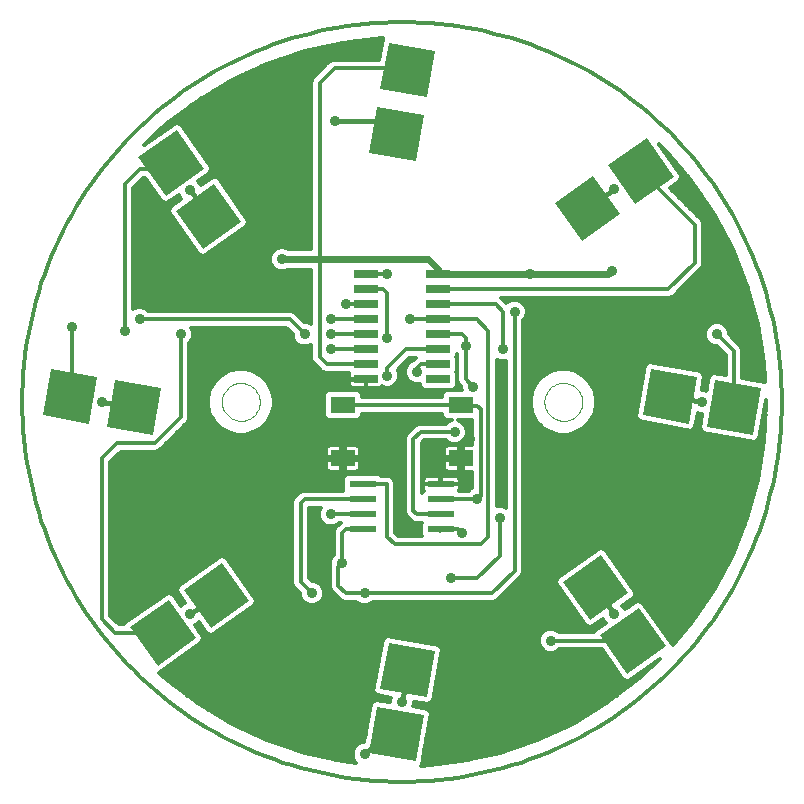
<source format=gtl>
G75*
%MOIN*%
%OFA0B0*%
%FSLAX24Y24*%
%IPPOS*%
%LPD*%
%AMOC8*
5,1,8,0,0,1.08239X$1,22.5*
%
%ADD10C,0.0120*%
%ADD11C,0.0000*%
%ADD12R,0.0900X0.0236*%
%ADD13R,0.0800X0.0260*%
%ADD14R,0.1575X0.1575*%
%ADD15R,0.0827X0.0551*%
%ADD16C,0.0357*%
%ADD17C,0.0240*%
%ADD18C,0.0160*%
%ADD19C,0.0100*%
%ADD20C,0.0320*%
D10*
X004716Y003889D02*
X004719Y003889D01*
X006159Y004897D01*
X006190Y005076D01*
X005915Y005469D01*
X005971Y005492D01*
X006037Y005558D01*
X006313Y005162D01*
X006493Y005131D01*
X007932Y006139D01*
X007964Y006318D01*
X006956Y007757D01*
X006777Y007789D01*
X005337Y006781D01*
X005306Y006602D01*
X005590Y006196D01*
X005519Y006167D01*
X005465Y006112D01*
X005182Y006515D01*
X005003Y006547D01*
X003564Y005539D01*
X003556Y005498D01*
X003377Y005498D01*
X003099Y005776D01*
X003099Y010919D01*
X003435Y011255D01*
X004625Y011255D01*
X004728Y011298D01*
X004806Y011376D01*
X005681Y012251D01*
X005724Y012354D01*
X005724Y014877D01*
X005782Y014934D01*
X005842Y015081D01*
X005842Y015239D01*
X005784Y015380D01*
X008953Y015380D01*
X009171Y015162D01*
X009171Y015081D01*
X009231Y014934D01*
X009343Y014822D01*
X009490Y014762D01*
X009648Y014762D01*
X009789Y014820D01*
X009789Y014354D01*
X009832Y014251D01*
X009910Y014173D01*
X010160Y013923D01*
X010263Y013880D01*
X011048Y013880D01*
X011066Y013862D01*
X011060Y013852D01*
X011049Y013811D01*
X011049Y013665D01*
X011604Y013665D01*
X011604Y013655D01*
X011614Y013655D01*
X011614Y013370D01*
X012030Y013370D01*
X012071Y013381D01*
X012107Y013402D01*
X012135Y013430D01*
X012240Y013387D01*
X012398Y013387D01*
X012545Y013447D01*
X012657Y013559D01*
X012717Y013706D01*
X012717Y013864D01*
X012667Y013987D01*
X013060Y014380D01*
X013268Y014380D01*
X013207Y014319D01*
X013166Y014278D01*
X013093Y014248D01*
X012981Y014136D01*
X012921Y013989D01*
X012921Y013831D01*
X012981Y013684D01*
X013093Y013572D01*
X013240Y013512D01*
X013398Y013512D01*
X013409Y013516D01*
X013409Y013439D01*
X013538Y013310D01*
X014520Y013310D01*
X014649Y013439D01*
X014649Y013881D01*
X014620Y013910D01*
X014649Y013939D01*
X014649Y014381D01*
X014620Y014410D01*
X014649Y014439D01*
X014649Y014517D01*
X014664Y014502D01*
X014664Y013604D01*
X014707Y013501D01*
X014796Y013412D01*
X014796Y013331D01*
X014812Y013291D01*
X014283Y013291D01*
X014154Y013163D01*
X014154Y013076D01*
X011484Y013076D01*
X011484Y013163D01*
X011355Y013291D01*
X010346Y013291D01*
X010217Y013163D01*
X010217Y012429D01*
X010346Y012300D01*
X011355Y012300D01*
X011484Y012429D01*
X011484Y012516D01*
X014154Y012516D01*
X014154Y012429D01*
X014283Y012300D01*
X014470Y012300D01*
X014343Y012248D01*
X014286Y012190D01*
X013388Y012190D01*
X013285Y012147D01*
X013207Y012069D01*
X012957Y011819D01*
X012914Y011716D01*
X012914Y009229D01*
X012957Y009126D01*
X013035Y009048D01*
X013160Y008923D01*
X013263Y008880D01*
X013471Y008880D01*
X013460Y008869D01*
X013460Y008451D01*
X013471Y008440D01*
X012685Y008440D01*
X012599Y008526D01*
X012599Y010216D01*
X012556Y010319D01*
X012478Y010397D01*
X012375Y010440D01*
X012107Y010440D01*
X012049Y010498D01*
X010967Y010498D01*
X010838Y010369D01*
X010838Y009951D01*
X010849Y009940D01*
X009513Y009940D01*
X009410Y009897D01*
X009285Y009772D01*
X009207Y009694D01*
X009164Y009591D01*
X009164Y006854D01*
X009207Y006751D01*
X009421Y006537D01*
X009421Y006456D01*
X009481Y006309D01*
X009593Y006197D01*
X009740Y006137D01*
X009898Y006137D01*
X010045Y006197D01*
X010157Y006309D01*
X010217Y006456D01*
X010217Y006614D01*
X010157Y006761D01*
X010045Y006873D01*
X009898Y006933D01*
X009817Y006933D01*
X009724Y007026D01*
X009724Y009380D01*
X010104Y009380D01*
X010046Y009239D01*
X010046Y009081D01*
X010106Y008934D01*
X010218Y008822D01*
X010365Y008762D01*
X010523Y008762D01*
X010670Y008822D01*
X010727Y008880D01*
X010768Y008880D01*
X010660Y008772D01*
X010582Y008694D01*
X010539Y008591D01*
X010539Y007818D01*
X010481Y007761D01*
X010421Y007614D01*
X010421Y007482D01*
X010414Y007466D01*
X010414Y006729D01*
X010457Y006626D01*
X010535Y006548D01*
X010785Y006298D01*
X010888Y006255D01*
X011286Y006255D01*
X011343Y006197D01*
X011490Y006137D01*
X011648Y006137D01*
X011795Y006197D01*
X011852Y006255D01*
X015875Y006255D01*
X015978Y006298D01*
X016056Y006376D01*
X016806Y007126D01*
X016849Y007229D01*
X016849Y015627D01*
X016907Y015684D01*
X016967Y015831D01*
X016967Y015989D01*
X016907Y016136D01*
X016795Y016248D01*
X016648Y016308D01*
X016490Y016308D01*
X016343Y016248D01*
X016298Y016202D01*
X016181Y016319D01*
X016120Y016380D01*
X021750Y016380D01*
X021853Y016423D01*
X022728Y017298D01*
X022806Y017376D01*
X022849Y017479D01*
X022849Y018866D01*
X022806Y018969D01*
X021733Y020042D01*
X022074Y020281D01*
X022106Y020460D01*
X021381Y021495D01*
X021632Y021258D01*
X022483Y020256D01*
X023220Y019168D01*
X023836Y018007D01*
X024323Y016786D01*
X024674Y015520D01*
X024887Y014222D01*
X024923Y013562D01*
X024165Y013696D01*
X024165Y014649D01*
X024123Y014752D01*
X023717Y015158D01*
X023717Y015239D01*
X023657Y015386D01*
X023545Y015498D01*
X023398Y015558D01*
X023240Y015558D01*
X023093Y015498D01*
X022981Y015386D01*
X022921Y015239D01*
X022921Y015081D01*
X022981Y014934D01*
X023093Y014822D01*
X023240Y014762D01*
X023321Y014762D01*
X023605Y014478D01*
X023605Y013794D01*
X023195Y013867D01*
X023046Y013762D01*
X022961Y013282D01*
X022898Y013308D01*
X022813Y013308D01*
X022897Y013788D01*
X022793Y013938D01*
X021063Y014243D01*
X020913Y014138D01*
X020608Y012408D01*
X020713Y012258D01*
X022443Y011953D01*
X022592Y012058D01*
X022677Y012538D01*
X022740Y012512D01*
X022825Y012512D01*
X022741Y012032D01*
X022845Y011882D01*
X024575Y011577D01*
X024725Y011682D01*
X024954Y012982D01*
X024958Y012910D01*
X024887Y011598D01*
X024674Y010300D01*
X024323Y009034D01*
X023836Y007813D01*
X023220Y006652D01*
X022483Y005564D01*
X021840Y004807D01*
X021840Y004810D01*
X020832Y006250D01*
X020653Y006281D01*
X020242Y005994D01*
X020217Y006055D01*
X020155Y006117D01*
X020567Y006404D01*
X020598Y006584D01*
X019590Y008023D01*
X019411Y008055D01*
X017972Y007047D01*
X017940Y006868D01*
X018948Y005428D01*
X019127Y005397D01*
X019515Y005668D01*
X019541Y005604D01*
X019601Y005544D01*
X019214Y005273D01*
X019206Y005232D01*
X018060Y005232D01*
X018003Y005290D01*
X017856Y005350D01*
X017698Y005350D01*
X017551Y005290D01*
X017439Y005178D01*
X017379Y005031D01*
X017379Y004873D01*
X017439Y004726D01*
X017551Y004614D01*
X017698Y004554D01*
X017856Y004554D01*
X018003Y004614D01*
X018060Y004672D01*
X019477Y004672D01*
X020190Y003655D01*
X020369Y003623D01*
X021409Y004351D01*
X020678Y003658D01*
X019631Y002863D01*
X018505Y002185D01*
X017312Y001633D01*
X016067Y001213D01*
X014783Y000931D01*
X013476Y000789D01*
X013449Y000789D01*
X013471Y000804D01*
X013776Y002534D01*
X013671Y002683D01*
X013191Y002768D01*
X013217Y002831D01*
X013217Y002916D01*
X013697Y002832D01*
X013847Y002936D01*
X014152Y004666D01*
X014047Y004816D01*
X012317Y005121D01*
X012167Y005016D01*
X011862Y003286D01*
X011967Y003137D01*
X012447Y003052D01*
X012421Y002989D01*
X012421Y002904D01*
X011941Y002988D01*
X011791Y002884D01*
X011558Y001558D01*
X011490Y001558D01*
X011343Y001498D01*
X011231Y001386D01*
X011171Y001239D01*
X011171Y001081D01*
X011231Y000934D01*
X011281Y000885D01*
X010855Y000931D01*
X009571Y001213D01*
X008326Y001633D01*
X007133Y002185D01*
X006007Y002863D01*
X004960Y003658D01*
X004716Y003889D01*
X004775Y003834D02*
X011959Y003834D01*
X011980Y003952D02*
X004809Y003952D01*
X004979Y004071D02*
X012001Y004071D01*
X012022Y004189D02*
X005148Y004189D01*
X005317Y004308D02*
X012042Y004308D01*
X012063Y004426D02*
X005486Y004426D01*
X005656Y004545D02*
X012084Y004545D01*
X012105Y004663D02*
X005825Y004663D01*
X005994Y004782D02*
X012126Y004782D01*
X012147Y004900D02*
X006159Y004900D01*
X006180Y005019D02*
X012171Y005019D01*
X012897Y005019D02*
X017379Y005019D01*
X017379Y004900D02*
X013569Y004900D01*
X014071Y004782D02*
X017416Y004782D01*
X017503Y004663D02*
X014151Y004663D01*
X014130Y004545D02*
X019567Y004545D01*
X019484Y004663D02*
X018051Y004663D01*
X017777Y004952D02*
X020511Y004952D01*
X019650Y004426D02*
X014109Y004426D01*
X014088Y004308D02*
X019733Y004308D01*
X019816Y004189D02*
X014067Y004189D01*
X014047Y004071D02*
X019899Y004071D01*
X019981Y003952D02*
X014026Y003952D01*
X014005Y003834D02*
X020064Y003834D01*
X020147Y003715D02*
X013984Y003715D01*
X013963Y003597D02*
X020597Y003597D01*
X020501Y003715D02*
X020738Y003715D01*
X020670Y003834D02*
X020863Y003834D01*
X020839Y003952D02*
X020988Y003952D01*
X021008Y004071D02*
X021113Y004071D01*
X021178Y004189D02*
X021238Y004189D01*
X021347Y004308D02*
X021363Y004308D01*
X021777Y004900D02*
X021919Y004900D01*
X022020Y005019D02*
X021694Y005019D01*
X021611Y005137D02*
X022120Y005137D01*
X022221Y005256D02*
X021528Y005256D01*
X021445Y005374D02*
X022322Y005374D01*
X022422Y005493D02*
X021362Y005493D01*
X021279Y005611D02*
X022515Y005611D01*
X022595Y005730D02*
X021196Y005730D01*
X021114Y005848D02*
X022675Y005848D01*
X022756Y005967D02*
X021031Y005967D01*
X020948Y006085D02*
X022836Y006085D01*
X022916Y006204D02*
X020865Y006204D01*
X020594Y006559D02*
X023158Y006559D01*
X023234Y006678D02*
X020533Y006678D01*
X020450Y006796D02*
X023297Y006796D01*
X023360Y006915D02*
X020367Y006915D01*
X020284Y007033D02*
X023423Y007033D01*
X023485Y007152D02*
X020201Y007152D01*
X020118Y007270D02*
X023548Y007270D01*
X023611Y007389D02*
X020035Y007389D01*
X019952Y007507D02*
X023674Y007507D01*
X023737Y007626D02*
X019869Y007626D01*
X019786Y007744D02*
X023799Y007744D01*
X023856Y007863D02*
X019703Y007863D01*
X019620Y007981D02*
X023903Y007981D01*
X023950Y008100D02*
X016849Y008100D01*
X016849Y008218D02*
X023997Y008218D01*
X024045Y008337D02*
X016849Y008337D01*
X016849Y008455D02*
X024092Y008455D01*
X024139Y008574D02*
X016849Y008574D01*
X016849Y008692D02*
X024186Y008692D01*
X024233Y008811D02*
X016849Y008811D01*
X016849Y008929D02*
X024281Y008929D01*
X024326Y009048D02*
X016849Y009048D01*
X016849Y009166D02*
X024359Y009166D01*
X024392Y009285D02*
X016849Y009285D01*
X016849Y009403D02*
X024425Y009403D01*
X024458Y009522D02*
X016849Y009522D01*
X016849Y009640D02*
X024491Y009640D01*
X024524Y009759D02*
X016849Y009759D01*
X016849Y009877D02*
X024557Y009877D01*
X024590Y009996D02*
X016849Y009996D01*
X016849Y010114D02*
X024622Y010114D01*
X024655Y010233D02*
X016849Y010233D01*
X016849Y010351D02*
X024682Y010351D01*
X024702Y010470D02*
X016849Y010470D01*
X016849Y010588D02*
X024721Y010588D01*
X024741Y010707D02*
X016849Y010707D01*
X016849Y010825D02*
X024760Y010825D01*
X024780Y010944D02*
X016849Y010944D01*
X016849Y011062D02*
X024799Y011062D01*
X024818Y011181D02*
X016849Y011181D01*
X016849Y011299D02*
X024838Y011299D01*
X024857Y011418D02*
X016849Y011418D01*
X016849Y011536D02*
X024877Y011536D01*
X024887Y011598D02*
X024887Y011598D01*
X024890Y011655D02*
X024686Y011655D01*
X024741Y011773D02*
X024896Y011773D01*
X024903Y011892D02*
X024762Y011892D01*
X024783Y012010D02*
X024909Y012010D01*
X024916Y012129D02*
X024804Y012129D01*
X024824Y012247D02*
X024922Y012247D01*
X024928Y012366D02*
X024845Y012366D01*
X024866Y012484D02*
X024935Y012484D01*
X024941Y012603D02*
X024887Y012603D01*
X024908Y012721D02*
X024948Y012721D01*
X024954Y012840D02*
X024929Y012840D01*
X024950Y012958D02*
X024955Y012958D01*
X024917Y013669D02*
X024316Y013669D01*
X024165Y013788D02*
X024910Y013788D01*
X024904Y013906D02*
X024165Y013906D01*
X024165Y014025D02*
X024898Y014025D01*
X024891Y014143D02*
X024165Y014143D01*
X024165Y014262D02*
X024880Y014262D01*
X024861Y014380D02*
X024165Y014380D01*
X024165Y014499D02*
X024842Y014499D01*
X024822Y014617D02*
X024165Y014617D01*
X024130Y014736D02*
X024803Y014736D01*
X024783Y014854D02*
X024021Y014854D01*
X023902Y014973D02*
X024764Y014973D01*
X024744Y015091D02*
X023784Y015091D01*
X023717Y015210D02*
X024725Y015210D01*
X024706Y015328D02*
X023681Y015328D01*
X023596Y015447D02*
X024686Y015447D01*
X024662Y015565D02*
X016849Y015565D01*
X016849Y015447D02*
X023042Y015447D01*
X022957Y015328D02*
X016849Y015328D01*
X016849Y015210D02*
X022921Y015210D01*
X022921Y015091D02*
X016849Y015091D01*
X016849Y014973D02*
X022965Y014973D01*
X023061Y014854D02*
X016849Y014854D01*
X016849Y014736D02*
X023347Y014736D01*
X023466Y014617D02*
X016849Y014617D01*
X016849Y014499D02*
X023584Y014499D01*
X023605Y014380D02*
X016849Y014380D01*
X016849Y014262D02*
X023605Y014262D01*
X023605Y014143D02*
X021628Y014143D01*
X022300Y014025D02*
X023605Y014025D01*
X023605Y013906D02*
X022815Y013906D01*
X022897Y013788D02*
X023082Y013788D01*
X023029Y013669D02*
X022876Y013669D01*
X022855Y013551D02*
X023008Y013551D01*
X022987Y013432D02*
X022835Y013432D01*
X022814Y013314D02*
X022967Y013314D01*
X022820Y012484D02*
X022667Y012484D01*
X022647Y012366D02*
X022799Y012366D01*
X022779Y012247D02*
X022626Y012247D01*
X022605Y012129D02*
X022758Y012129D01*
X022756Y012010D02*
X022524Y012010D01*
X022839Y011892D02*
X018604Y011892D01*
X018615Y011894D02*
X018863Y012038D01*
X019066Y012241D01*
X019210Y012489D01*
X019284Y012767D01*
X019284Y013053D01*
X019210Y013331D01*
X019066Y013579D01*
X018863Y013782D01*
X018615Y013926D01*
X018337Y014000D01*
X018050Y014000D01*
X017773Y013926D01*
X017525Y013782D01*
X017322Y013579D01*
X017178Y013331D01*
X017104Y013053D01*
X017104Y012767D01*
X017178Y012489D01*
X017322Y012241D01*
X017525Y012038D01*
X017773Y011894D01*
X018050Y011820D01*
X018337Y011820D01*
X018615Y011894D01*
X018815Y012010D02*
X022122Y012010D01*
X021450Y012129D02*
X018954Y012129D01*
X019070Y012247D02*
X020778Y012247D01*
X020638Y012366D02*
X019138Y012366D01*
X019207Y012484D02*
X020622Y012484D01*
X020642Y012603D02*
X019240Y012603D01*
X019272Y012721D02*
X020663Y012721D01*
X020684Y012840D02*
X019284Y012840D01*
X019284Y012958D02*
X020705Y012958D01*
X020726Y013077D02*
X019278Y013077D01*
X019246Y013195D02*
X020747Y013195D01*
X020768Y013314D02*
X019214Y013314D01*
X019151Y013432D02*
X020789Y013432D01*
X020810Y013551D02*
X019083Y013551D01*
X018976Y013669D02*
X020831Y013669D01*
X020851Y013788D02*
X018854Y013788D01*
X018649Y013906D02*
X020872Y013906D01*
X020893Y014025D02*
X016849Y014025D01*
X016849Y014143D02*
X020920Y014143D01*
X021785Y016395D02*
X024431Y016395D01*
X024398Y016513D02*
X021943Y016513D01*
X022062Y016632D02*
X024365Y016632D01*
X024333Y016750D02*
X022180Y016750D01*
X022299Y016869D02*
X024290Y016869D01*
X024242Y016987D02*
X022417Y016987D01*
X022536Y017106D02*
X024195Y017106D01*
X024148Y017224D02*
X022654Y017224D01*
X022773Y017343D02*
X024101Y017343D01*
X024054Y017461D02*
X022841Y017461D01*
X022849Y017580D02*
X024006Y017580D01*
X023959Y017698D02*
X022849Y017698D01*
X022849Y017817D02*
X023912Y017817D01*
X023865Y017935D02*
X022849Y017935D01*
X022849Y018054D02*
X023811Y018054D01*
X023749Y018172D02*
X022849Y018172D01*
X022849Y018291D02*
X023686Y018291D01*
X023623Y018409D02*
X022849Y018409D01*
X022849Y018528D02*
X023560Y018528D01*
X023497Y018646D02*
X022849Y018646D01*
X022849Y018765D02*
X023434Y018765D01*
X023372Y018883D02*
X022842Y018883D01*
X022773Y019002D02*
X023309Y019002D01*
X023246Y019120D02*
X022655Y019120D01*
X022536Y019239D02*
X023173Y019239D01*
X023092Y019357D02*
X022418Y019357D01*
X022299Y019476D02*
X023012Y019476D01*
X022932Y019594D02*
X022181Y019594D01*
X022062Y019713D02*
X022851Y019713D01*
X022771Y019831D02*
X021944Y019831D01*
X021825Y019950D02*
X022691Y019950D01*
X022610Y020068D02*
X021771Y020068D01*
X021940Y020187D02*
X022530Y020187D01*
X022441Y020305D02*
X022079Y020305D01*
X022100Y020424D02*
X022341Y020424D01*
X022240Y020542D02*
X022049Y020542D01*
X021966Y020661D02*
X022139Y020661D01*
X022039Y020779D02*
X021883Y020779D01*
X021938Y020898D02*
X021800Y020898D01*
X021837Y021016D02*
X021717Y021016D01*
X021737Y021135D02*
X021634Y021135D01*
X021636Y021253D02*
X021551Y021253D01*
X021512Y021372D02*
X021468Y021372D01*
X021387Y021490D02*
X021385Y021490D01*
X020777Y020602D02*
X022569Y018810D01*
X022569Y017535D01*
X021694Y016660D01*
X014029Y016660D01*
X014029Y016160D02*
X015944Y016160D01*
X016194Y015910D01*
X016194Y014660D01*
X016289Y014268D02*
X016289Y009375D01*
X016148Y009433D01*
X015990Y009433D01*
X015974Y009427D01*
X015974Y014320D01*
X016115Y014262D01*
X016273Y014262D01*
X016289Y014268D01*
X016289Y014262D02*
X015974Y014262D01*
X015974Y014143D02*
X016289Y014143D01*
X016289Y014025D02*
X015974Y014025D01*
X015974Y013906D02*
X016289Y013906D01*
X016289Y013788D02*
X015974Y013788D01*
X015974Y013669D02*
X016289Y013669D01*
X016289Y013551D02*
X015974Y013551D01*
X015974Y013432D02*
X016289Y013432D01*
X016289Y013314D02*
X015974Y013314D01*
X015974Y013195D02*
X016289Y013195D01*
X016289Y013077D02*
X015974Y013077D01*
X015974Y012958D02*
X016289Y012958D01*
X016289Y012840D02*
X015974Y012840D01*
X015974Y012721D02*
X016289Y012721D01*
X016289Y012603D02*
X015974Y012603D01*
X015974Y012484D02*
X016289Y012484D01*
X016289Y012366D02*
X015974Y012366D01*
X015974Y012247D02*
X016289Y012247D01*
X016289Y012129D02*
X015974Y012129D01*
X015974Y012010D02*
X016289Y012010D01*
X016289Y011892D02*
X015974Y011892D01*
X015974Y011773D02*
X016289Y011773D01*
X016289Y011655D02*
X015974Y011655D01*
X015974Y011536D02*
X016289Y011536D01*
X016289Y011418D02*
X015974Y011418D01*
X015974Y011299D02*
X016289Y011299D01*
X016289Y011181D02*
X015974Y011181D01*
X015974Y011062D02*
X016289Y011062D01*
X016289Y010944D02*
X015974Y010944D01*
X015974Y010825D02*
X016289Y010825D01*
X016289Y010707D02*
X015974Y010707D01*
X015974Y010588D02*
X016289Y010588D01*
X016289Y010470D02*
X015974Y010470D01*
X015974Y010351D02*
X016289Y010351D01*
X016289Y010233D02*
X015974Y010233D01*
X015974Y010114D02*
X016289Y010114D01*
X016289Y009996D02*
X015974Y009996D01*
X015974Y009877D02*
X016289Y009877D01*
X016289Y009759D02*
X015974Y009759D01*
X015974Y009640D02*
X016289Y009640D01*
X016289Y009522D02*
X015974Y009522D01*
X016222Y009403D02*
X016289Y009403D01*
X016069Y009035D02*
X016069Y007785D01*
X015319Y007035D01*
X014444Y007035D01*
X015444Y008160D02*
X012569Y008160D01*
X012319Y008410D01*
X012319Y010160D01*
X011508Y010160D01*
X011326Y010599D02*
X011285Y010589D01*
X010910Y010589D01*
X010910Y010964D01*
X010790Y010964D01*
X010277Y010964D01*
X010277Y010728D01*
X010288Y010687D01*
X010309Y010650D01*
X010339Y010621D01*
X010375Y010599D01*
X010416Y010589D01*
X010790Y010589D01*
X010790Y010964D01*
X010790Y011084D01*
X010277Y011084D01*
X010277Y011321D01*
X010288Y011362D01*
X010309Y011398D01*
X010339Y011428D01*
X010375Y011449D01*
X010416Y011460D01*
X010790Y011460D01*
X010790Y011084D01*
X010910Y011084D01*
X010910Y011460D01*
X011285Y011460D01*
X011326Y011449D01*
X011362Y011428D01*
X011392Y011398D01*
X011413Y011362D01*
X011424Y011321D01*
X011424Y011084D01*
X010910Y011084D01*
X010910Y010964D01*
X011424Y010964D01*
X011424Y010728D01*
X011413Y010687D01*
X011392Y010650D01*
X011362Y010621D01*
X011326Y010599D01*
X011418Y010707D02*
X012914Y010707D01*
X012914Y010825D02*
X011424Y010825D01*
X011424Y010944D02*
X012914Y010944D01*
X012914Y011062D02*
X010910Y011062D01*
X010850Y011024D02*
X010840Y011035D01*
X009319Y011035D01*
X009069Y010785D01*
X007194Y010785D01*
X007300Y011820D02*
X007587Y011820D01*
X007865Y011894D01*
X008113Y012038D01*
X008316Y012241D01*
X008460Y012489D01*
X008534Y012767D01*
X008534Y013053D01*
X008460Y013331D01*
X008316Y013579D01*
X008113Y013782D01*
X007865Y013926D01*
X007587Y014000D01*
X007300Y014000D01*
X007023Y013926D01*
X006775Y013782D01*
X006572Y013579D01*
X006428Y013331D01*
X006354Y013053D01*
X006354Y012767D01*
X006428Y012489D01*
X006572Y012241D01*
X006775Y012038D01*
X007023Y011894D01*
X007300Y011820D01*
X007034Y011892D02*
X005321Y011892D01*
X005203Y011773D02*
X012938Y011773D01*
X012914Y011655D02*
X005084Y011655D01*
X004966Y011536D02*
X012914Y011536D01*
X012914Y011418D02*
X011372Y011418D01*
X011424Y011299D02*
X012914Y011299D01*
X012914Y011181D02*
X011424Y011181D01*
X010910Y011181D02*
X010790Y011181D01*
X010790Y011299D02*
X010910Y011299D01*
X010910Y011418D02*
X010790Y011418D01*
X010329Y011418D02*
X004847Y011418D01*
X004729Y011299D02*
X010277Y011299D01*
X010277Y011181D02*
X003360Y011181D01*
X003242Y011062D02*
X010790Y011062D01*
X010790Y010944D02*
X010910Y010944D01*
X010910Y010825D02*
X010790Y010825D01*
X010790Y010707D02*
X010910Y010707D01*
X010938Y010470D02*
X003099Y010470D01*
X003099Y010588D02*
X012914Y010588D01*
X012914Y010470D02*
X012078Y010470D01*
X012524Y010351D02*
X012914Y010351D01*
X012914Y010233D02*
X012592Y010233D01*
X012599Y010114D02*
X012914Y010114D01*
X012914Y009996D02*
X012599Y009996D01*
X012599Y009877D02*
X012914Y009877D01*
X012914Y009759D02*
X012599Y009759D01*
X012599Y009640D02*
X012914Y009640D01*
X012914Y009522D02*
X012599Y009522D01*
X012599Y009403D02*
X012914Y009403D01*
X012914Y009285D02*
X012599Y009285D01*
X012599Y009166D02*
X012940Y009166D01*
X013035Y009048D02*
X012599Y009048D01*
X012599Y008929D02*
X013154Y008929D01*
X013319Y009160D02*
X013194Y009285D01*
X013194Y011660D01*
X013444Y011910D01*
X014569Y011910D01*
X014286Y011630D02*
X014343Y011572D01*
X014490Y011512D01*
X014648Y011512D01*
X014795Y011572D01*
X014907Y011684D01*
X014967Y011831D01*
X014967Y011989D01*
X014907Y012136D01*
X014795Y012248D01*
X014668Y012300D01*
X015164Y012300D01*
X015164Y011460D01*
X014847Y011460D01*
X014847Y011084D01*
X014727Y011084D01*
X014727Y010964D01*
X014214Y010964D01*
X014214Y010728D01*
X014225Y010687D01*
X014246Y010650D01*
X014276Y010621D01*
X014312Y010599D01*
X014353Y010589D01*
X014727Y010589D01*
X014727Y010964D01*
X014847Y010964D01*
X014847Y010589D01*
X015164Y010589D01*
X015164Y010027D01*
X015093Y009998D01*
X015036Y009940D01*
X014729Y009940D01*
X014714Y009955D01*
X014729Y009980D01*
X014740Y010021D01*
X014740Y010160D01*
X014740Y010299D01*
X014729Y010340D01*
X014708Y010376D01*
X014678Y010406D01*
X014642Y010427D01*
X014601Y010438D01*
X014130Y010438D01*
X013659Y010438D01*
X013618Y010427D01*
X013582Y010406D01*
X013552Y010376D01*
X013531Y010340D01*
X013520Y010299D01*
X013520Y010160D01*
X014130Y010160D01*
X014130Y010160D01*
X013520Y010160D01*
X013520Y010021D01*
X013531Y009980D01*
X013546Y009955D01*
X013474Y009883D01*
X013474Y011544D01*
X013560Y011630D01*
X014286Y011630D01*
X014431Y011536D02*
X013474Y011536D01*
X013474Y011418D02*
X014266Y011418D01*
X014276Y011428D02*
X014246Y011398D01*
X014225Y011362D01*
X014214Y011321D01*
X014214Y011084D01*
X014727Y011084D01*
X014727Y011460D01*
X014353Y011460D01*
X014312Y011449D01*
X014276Y011428D01*
X014214Y011299D02*
X013474Y011299D01*
X013474Y011181D02*
X014214Y011181D01*
X014319Y011035D02*
X014819Y011035D01*
X014819Y011410D01*
X015069Y011660D01*
X015164Y011655D02*
X014877Y011655D01*
X014944Y011773D02*
X015164Y011773D01*
X015164Y011892D02*
X014967Y011892D01*
X014959Y012010D02*
X015164Y012010D01*
X015164Y012129D02*
X014910Y012129D01*
X014795Y012247D02*
X015164Y012247D01*
X015444Y012660D02*
X015319Y012785D01*
X014798Y012785D01*
X014787Y012796D01*
X010850Y012796D01*
X011147Y013381D02*
X011188Y013370D01*
X011604Y013370D01*
X011604Y013655D01*
X011049Y013655D01*
X011049Y013509D01*
X011060Y013468D01*
X011081Y013432D01*
X008401Y013432D01*
X008464Y013314D02*
X013534Y013314D01*
X013416Y013432D02*
X012508Y013432D01*
X012648Y013551D02*
X013146Y013551D01*
X012997Y013669D02*
X012702Y013669D01*
X012717Y013788D02*
X012938Y013788D01*
X012921Y013906D02*
X012700Y013906D01*
X012704Y014025D02*
X012935Y014025D01*
X012989Y014143D02*
X012823Y014143D01*
X012941Y014262D02*
X013127Y014262D01*
X013319Y014035D02*
X013444Y014160D01*
X014029Y014160D01*
X014029Y014660D02*
X012944Y014660D01*
X012319Y014035D01*
X012319Y013785D01*
X011614Y013551D02*
X011604Y013551D01*
X011604Y013432D02*
X011614Y013432D01*
X011451Y013195D02*
X014187Y013195D01*
X014154Y013077D02*
X011484Y013077D01*
X011147Y013381D02*
X011111Y013402D01*
X011081Y013432D01*
X011049Y013551D02*
X008333Y013551D01*
X008226Y013669D02*
X011049Y013669D01*
X011049Y013788D02*
X008104Y013788D01*
X007899Y013906D02*
X010200Y013906D01*
X010058Y014025D02*
X005724Y014025D01*
X005724Y014143D02*
X009940Y014143D01*
X009827Y014262D02*
X005724Y014262D01*
X005724Y014380D02*
X009789Y014380D01*
X009789Y014499D02*
X005724Y014499D01*
X005724Y014617D02*
X009789Y014617D01*
X009789Y014736D02*
X005724Y014736D01*
X005724Y014854D02*
X009311Y014854D01*
X009215Y014973D02*
X005798Y014973D01*
X005842Y015091D02*
X009171Y015091D01*
X009123Y015210D02*
X005842Y015210D01*
X005806Y015328D02*
X009005Y015328D01*
X009069Y015660D02*
X004069Y015660D01*
X004352Y015940D02*
X004295Y015998D01*
X004148Y016058D01*
X003990Y016058D01*
X003849Y016000D01*
X003849Y020044D01*
X004185Y020380D01*
X004239Y020380D01*
X004806Y019570D01*
X004985Y019539D01*
X005376Y019813D01*
X005407Y019737D01*
X005458Y019686D01*
X005071Y019416D01*
X005040Y019236D01*
X006048Y017797D01*
X006227Y017765D01*
X007666Y018773D01*
X007698Y018952D01*
X006690Y020392D01*
X006511Y020423D01*
X006104Y020138D01*
X006083Y020189D01*
X006013Y020259D01*
X006424Y020547D01*
X006456Y020726D01*
X005448Y022165D01*
X005269Y022197D01*
X004229Y021469D01*
X004960Y022162D01*
X006007Y022957D01*
X007133Y023635D01*
X008326Y024187D01*
X009571Y024607D01*
X010855Y024889D01*
X012162Y025031D01*
X012189Y025031D01*
X012167Y025016D01*
X012044Y024315D01*
X010513Y024315D01*
X010410Y024272D01*
X010332Y024194D01*
X010332Y024194D01*
X009910Y023772D01*
X009832Y023694D01*
X009789Y023591D01*
X009789Y018000D01*
X009039Y018000D01*
X008898Y018058D01*
X008740Y018058D01*
X008593Y017998D01*
X008481Y017886D01*
X008421Y017739D01*
X008421Y017581D01*
X008481Y017434D01*
X008593Y017322D01*
X008740Y017262D01*
X008898Y017262D01*
X009039Y017320D01*
X009789Y017320D01*
X009789Y015500D01*
X009648Y015558D01*
X009567Y015558D01*
X009306Y015819D01*
X009228Y015897D01*
X009125Y015940D01*
X004352Y015940D01*
X004195Y016039D02*
X009789Y016039D01*
X009789Y015921D02*
X009172Y015921D01*
X009323Y015802D02*
X009789Y015802D01*
X009789Y015684D02*
X009441Y015684D01*
X009560Y015565D02*
X009789Y015565D01*
X009569Y015160D02*
X009069Y015660D01*
X009789Y016158D02*
X003849Y016158D01*
X003849Y016276D02*
X009789Y016276D01*
X009789Y016395D02*
X003849Y016395D01*
X003849Y016513D02*
X009789Y016513D01*
X009789Y016632D02*
X003849Y016632D01*
X003849Y016750D02*
X009789Y016750D01*
X009789Y016869D02*
X003849Y016869D01*
X003849Y016987D02*
X009789Y016987D01*
X009789Y017106D02*
X003849Y017106D01*
X003849Y017224D02*
X009789Y017224D01*
X009789Y018054D02*
X008910Y018054D01*
X008728Y018054D02*
X006639Y018054D01*
X006808Y018172D02*
X009789Y018172D01*
X009789Y018291D02*
X006978Y018291D01*
X007147Y018409D02*
X009789Y018409D01*
X009789Y018528D02*
X007316Y018528D01*
X007485Y018646D02*
X009789Y018646D01*
X009789Y018765D02*
X007654Y018765D01*
X007686Y018883D02*
X009789Y018883D01*
X009789Y019002D02*
X007664Y019002D01*
X007581Y019120D02*
X009789Y019120D01*
X009789Y019239D02*
X007498Y019239D01*
X007415Y019357D02*
X009789Y019357D01*
X009789Y019476D02*
X007332Y019476D01*
X007249Y019594D02*
X009789Y019594D01*
X009789Y019713D02*
X007166Y019713D01*
X007083Y019831D02*
X009789Y019831D01*
X009789Y019950D02*
X007000Y019950D01*
X006917Y020068D02*
X009789Y020068D01*
X009789Y020187D02*
X006834Y020187D01*
X006751Y020305D02*
X009789Y020305D01*
X009789Y020424D02*
X006249Y020424D01*
X006342Y020305D02*
X006079Y020305D01*
X006084Y020187D02*
X006173Y020187D01*
X006418Y020542D02*
X009789Y020542D01*
X009789Y020661D02*
X006444Y020661D01*
X006419Y020779D02*
X009789Y020779D01*
X009789Y020898D02*
X006336Y020898D01*
X006253Y021016D02*
X009789Y021016D01*
X009789Y021135D02*
X006170Y021135D01*
X006087Y021253D02*
X009789Y021253D01*
X009789Y021372D02*
X006004Y021372D01*
X005921Y021490D02*
X009789Y021490D01*
X009789Y021609D02*
X005838Y021609D01*
X005755Y021727D02*
X009789Y021727D01*
X009789Y021846D02*
X005672Y021846D01*
X005589Y021964D02*
X009789Y021964D01*
X009789Y022083D02*
X005506Y022083D01*
X005324Y022438D02*
X009789Y022438D01*
X009789Y022320D02*
X005168Y022320D01*
X005012Y022201D02*
X009789Y022201D01*
X009789Y022557D02*
X005480Y022557D01*
X005635Y022675D02*
X009789Y022675D01*
X009789Y022794D02*
X005791Y022794D01*
X005947Y022912D02*
X009789Y022912D01*
X009789Y023031D02*
X006128Y023031D01*
X006325Y023149D02*
X009789Y023149D01*
X009789Y023268D02*
X006522Y023268D01*
X006719Y023386D02*
X009789Y023386D01*
X009789Y023505D02*
X006916Y023505D01*
X007113Y023623D02*
X009802Y023623D01*
X009880Y023742D02*
X007363Y023742D01*
X007620Y023860D02*
X009998Y023860D01*
X009910Y023772D02*
X009910Y023772D01*
X010069Y023535D02*
X010569Y024035D01*
X012948Y024035D01*
X013007Y023976D01*
X012110Y024690D02*
X009949Y024690D01*
X009466Y024571D02*
X012089Y024571D01*
X012068Y024453D02*
X009114Y024453D01*
X008763Y024334D02*
X012047Y024334D01*
X012131Y024808D02*
X010487Y024808D01*
X010354Y024216D02*
X008411Y024216D01*
X008132Y024097D02*
X010235Y024097D01*
X010117Y023979D02*
X007876Y023979D01*
X010069Y023535D02*
X010069Y014410D01*
X010319Y014160D01*
X011609Y014160D01*
X011609Y014660D02*
X010444Y014660D01*
X010444Y015160D02*
X011609Y015160D01*
X011609Y015660D02*
X010444Y015660D01*
X010944Y016160D02*
X011609Y016160D01*
X011609Y016660D02*
X012194Y016660D01*
X012319Y016535D01*
X012319Y015035D01*
X013069Y015660D02*
X014029Y015660D01*
X015319Y015660D01*
X015694Y015285D01*
X015694Y008410D01*
X015444Y008160D01*
X014819Y008535D02*
X014694Y008660D01*
X014130Y008660D01*
X014069Y008599D01*
X014130Y009160D02*
X013319Y009160D01*
X013460Y008811D02*
X012599Y008811D01*
X012599Y008692D02*
X013460Y008692D01*
X013460Y008574D02*
X012599Y008574D01*
X012670Y008455D02*
X013460Y008455D01*
X014130Y009660D02*
X015319Y009660D01*
X015444Y009785D01*
X015444Y012660D01*
X015194Y013410D02*
X014944Y013660D01*
X014944Y014785D01*
X014944Y015035D01*
X014819Y015160D01*
X014029Y015160D01*
X014649Y014499D02*
X014664Y014499D01*
X014649Y014380D02*
X014664Y014380D01*
X014649Y014262D02*
X014664Y014262D01*
X014649Y014143D02*
X014664Y014143D01*
X014649Y014025D02*
X014664Y014025D01*
X014664Y013906D02*
X014624Y013906D01*
X014649Y013788D02*
X014664Y013788D01*
X014649Y013669D02*
X014664Y013669D01*
X014649Y013551D02*
X014686Y013551D01*
X014642Y013432D02*
X014776Y013432D01*
X014803Y013314D02*
X014524Y013314D01*
X014154Y012484D02*
X011484Y012484D01*
X011420Y012366D02*
X014218Y012366D01*
X014343Y012247D02*
X008320Y012247D01*
X008388Y012366D02*
X010281Y012366D01*
X010217Y012484D02*
X008457Y012484D01*
X008490Y012603D02*
X010217Y012603D01*
X010217Y012721D02*
X008522Y012721D01*
X008534Y012840D02*
X010217Y012840D01*
X010217Y012958D02*
X008534Y012958D01*
X008528Y013077D02*
X010217Y013077D01*
X010250Y013195D02*
X008496Y013195D01*
X008204Y012129D02*
X013267Y012129D01*
X013148Y012010D02*
X008065Y012010D01*
X007854Y011892D02*
X013030Y011892D01*
X013474Y011062D02*
X014727Y011062D01*
X014787Y011024D02*
X014308Y011024D01*
X014319Y011035D01*
X014308Y011024D02*
X014069Y010785D01*
X014069Y010221D01*
X014130Y010160D01*
X014130Y010438D01*
X014130Y010160D01*
X014130Y010160D01*
X014740Y010160D01*
X014130Y010160D01*
X014130Y010160D01*
X014130Y010233D02*
X014130Y010233D01*
X014130Y010351D02*
X014130Y010351D01*
X014220Y010707D02*
X013474Y010707D01*
X013474Y010825D02*
X014214Y010825D01*
X014214Y010944D02*
X013474Y010944D01*
X013474Y010588D02*
X015164Y010588D01*
X015164Y010470D02*
X013474Y010470D01*
X013474Y010351D02*
X013537Y010351D01*
X013520Y010233D02*
X013474Y010233D01*
X013474Y010114D02*
X013520Y010114D01*
X013527Y009996D02*
X013474Y009996D01*
X014733Y009996D02*
X015091Y009996D01*
X015164Y010114D02*
X014740Y010114D01*
X014740Y010233D02*
X015164Y010233D01*
X015164Y010351D02*
X014723Y010351D01*
X014727Y010707D02*
X014847Y010707D01*
X014847Y010825D02*
X014727Y010825D01*
X014727Y010944D02*
X014847Y010944D01*
X014847Y011181D02*
X014727Y011181D01*
X014727Y011299D02*
X014847Y011299D01*
X014847Y011418D02*
X014727Y011418D01*
X014707Y011536D02*
X015164Y011536D01*
X016849Y011655D02*
X024138Y011655D01*
X023466Y011773D02*
X016849Y011773D01*
X016849Y011892D02*
X017784Y011892D01*
X017573Y012010D02*
X016849Y012010D01*
X016849Y012129D02*
X017434Y012129D01*
X017318Y012247D02*
X016849Y012247D01*
X016849Y012366D02*
X017250Y012366D01*
X017181Y012484D02*
X016849Y012484D01*
X016849Y012603D02*
X017148Y012603D01*
X017116Y012721D02*
X016849Y012721D01*
X016849Y012840D02*
X017104Y012840D01*
X017104Y012958D02*
X016849Y012958D01*
X016849Y013077D02*
X017110Y013077D01*
X017142Y013195D02*
X016849Y013195D01*
X016849Y013314D02*
X017174Y013314D01*
X017237Y013432D02*
X016849Y013432D01*
X016849Y013551D02*
X017305Y013551D01*
X017412Y013669D02*
X016849Y013669D01*
X016849Y013788D02*
X017534Y013788D01*
X017739Y013906D02*
X016849Y013906D01*
X016906Y015684D02*
X024629Y015684D01*
X024596Y015802D02*
X016956Y015802D01*
X016967Y015921D02*
X024563Y015921D01*
X024530Y016039D02*
X016947Y016039D01*
X016885Y016158D02*
X024497Y016158D01*
X024464Y016276D02*
X016726Y016276D01*
X016412Y016276D02*
X016224Y016276D01*
X016569Y015910D02*
X016569Y007285D01*
X015819Y006535D01*
X011569Y006535D01*
X010944Y006535D01*
X010694Y006785D01*
X010694Y007410D01*
X010819Y007535D01*
X010819Y008535D01*
X010944Y008660D01*
X011508Y008660D01*
X011508Y009160D02*
X010444Y009160D01*
X010046Y009166D02*
X009724Y009166D01*
X009724Y009048D02*
X010059Y009048D01*
X010112Y008929D02*
X009724Y008929D01*
X009724Y008811D02*
X010247Y008811D01*
X010539Y008574D02*
X009724Y008574D01*
X009724Y008692D02*
X010581Y008692D01*
X010641Y008811D02*
X010699Y008811D01*
X010539Y008455D02*
X009724Y008455D01*
X009724Y008337D02*
X010539Y008337D01*
X010539Y008218D02*
X009724Y008218D01*
X009724Y008100D02*
X010539Y008100D01*
X010539Y007981D02*
X009724Y007981D01*
X009724Y007863D02*
X010539Y007863D01*
X010474Y007744D02*
X009724Y007744D01*
X009724Y007626D02*
X010425Y007626D01*
X010421Y007507D02*
X009724Y007507D01*
X009724Y007389D02*
X010414Y007389D01*
X010414Y007270D02*
X009724Y007270D01*
X009724Y007152D02*
X010414Y007152D01*
X010414Y007033D02*
X009724Y007033D01*
X009944Y006915D02*
X010414Y006915D01*
X010414Y006796D02*
X010121Y006796D01*
X010191Y006678D02*
X010435Y006678D01*
X010524Y006559D02*
X010217Y006559D01*
X010211Y006441D02*
X010642Y006441D01*
X010761Y006322D02*
X010162Y006322D01*
X010051Y006204D02*
X011337Y006204D01*
X011801Y006204D02*
X018405Y006204D01*
X018322Y006322D02*
X016002Y006322D01*
X016120Y006441D02*
X018239Y006441D01*
X018156Y006559D02*
X016239Y006559D01*
X016357Y006678D02*
X018073Y006678D01*
X017990Y006796D02*
X016476Y006796D01*
X016594Y006915D02*
X017948Y006915D01*
X017969Y007033D02*
X016713Y007033D01*
X016817Y007152D02*
X018121Y007152D01*
X018290Y007270D02*
X016849Y007270D01*
X016849Y007389D02*
X018459Y007389D01*
X018628Y007507D02*
X016849Y007507D01*
X016849Y007626D02*
X018798Y007626D01*
X018967Y007744D02*
X016849Y007744D01*
X016849Y007863D02*
X019136Y007863D01*
X019305Y007981D02*
X016849Y007981D01*
X018488Y006085D02*
X007856Y006085D01*
X007944Y006204D02*
X009587Y006204D01*
X009476Y006322D02*
X007961Y006322D01*
X007878Y006441D02*
X009427Y006441D01*
X009399Y006559D02*
X007795Y006559D01*
X007712Y006678D02*
X009280Y006678D01*
X009188Y006796D02*
X007629Y006796D01*
X007546Y006915D02*
X009164Y006915D01*
X009164Y007033D02*
X007463Y007033D01*
X007380Y007152D02*
X009164Y007152D01*
X009164Y007270D02*
X007297Y007270D01*
X007214Y007389D02*
X009164Y007389D01*
X009164Y007507D02*
X007131Y007507D01*
X007048Y007626D02*
X009164Y007626D01*
X009164Y007744D02*
X006965Y007744D01*
X006712Y007744D02*
X003099Y007744D01*
X003099Y007626D02*
X006543Y007626D01*
X006374Y007507D02*
X003099Y007507D01*
X003099Y007389D02*
X006205Y007389D01*
X006035Y007270D02*
X003099Y007270D01*
X003099Y007152D02*
X005866Y007152D01*
X005697Y007033D02*
X003099Y007033D01*
X003099Y006915D02*
X005528Y006915D01*
X005358Y006796D02*
X003099Y006796D01*
X003099Y006678D02*
X005319Y006678D01*
X005336Y006559D02*
X003099Y006559D01*
X003099Y006441D02*
X004851Y006441D01*
X004681Y006322D02*
X003099Y006322D01*
X003099Y006204D02*
X004512Y006204D01*
X004343Y006085D02*
X003099Y006085D01*
X003099Y005967D02*
X004174Y005967D01*
X004005Y005848D02*
X003099Y005848D01*
X003145Y005730D02*
X003835Y005730D01*
X003666Y005611D02*
X003264Y005611D01*
X003261Y005218D02*
X002819Y005660D01*
X002819Y011035D01*
X003319Y011535D01*
X004569Y011535D01*
X005444Y012410D01*
X005444Y015160D01*
X005724Y013906D02*
X006989Y013906D01*
X006784Y013788D02*
X005724Y013788D01*
X005724Y013669D02*
X006662Y013669D01*
X006555Y013551D02*
X005724Y013551D01*
X005724Y013432D02*
X006487Y013432D01*
X006424Y013314D02*
X005724Y013314D01*
X005724Y013195D02*
X006392Y013195D01*
X006360Y013077D02*
X005724Y013077D01*
X005724Y012958D02*
X006354Y012958D01*
X006354Y012840D02*
X005724Y012840D01*
X005724Y012721D02*
X006366Y012721D01*
X006398Y012603D02*
X005724Y012603D01*
X005724Y012484D02*
X006431Y012484D01*
X006500Y012366D02*
X005724Y012366D01*
X005677Y012247D02*
X006568Y012247D01*
X006684Y012129D02*
X005558Y012129D01*
X005440Y012010D02*
X006823Y012010D01*
X009184Y009640D02*
X003099Y009640D01*
X003099Y009522D02*
X009164Y009522D01*
X009164Y009403D02*
X003099Y009403D01*
X003099Y009285D02*
X009164Y009285D01*
X009164Y009166D02*
X003099Y009166D01*
X003099Y009048D02*
X009164Y009048D01*
X009164Y008929D02*
X003099Y008929D01*
X003099Y008811D02*
X009164Y008811D01*
X009164Y008692D02*
X003099Y008692D01*
X003099Y008574D02*
X009164Y008574D01*
X009164Y008455D02*
X003099Y008455D01*
X003099Y008337D02*
X009164Y008337D01*
X009164Y008218D02*
X003099Y008218D01*
X003099Y008100D02*
X009164Y008100D01*
X009164Y007981D02*
X003099Y007981D01*
X003099Y007863D02*
X009164Y007863D01*
X009444Y006910D02*
X009819Y006535D01*
X009444Y006910D02*
X009444Y009535D01*
X009569Y009660D01*
X011508Y009660D01*
X010838Y009996D02*
X003099Y009996D01*
X003099Y010114D02*
X010838Y010114D01*
X010838Y010233D02*
X003099Y010233D01*
X003099Y010351D02*
X010838Y010351D01*
X010283Y010707D02*
X003099Y010707D01*
X003099Y010825D02*
X010277Y010825D01*
X010277Y010944D02*
X003123Y010944D01*
X003099Y009877D02*
X009390Y009877D01*
X009272Y009759D02*
X003099Y009759D01*
X001753Y013098D02*
X001819Y013164D01*
X001819Y015410D01*
X003569Y015285D02*
X003569Y020160D01*
X004069Y020660D01*
X004919Y020660D01*
X005127Y020868D01*
X004374Y020187D02*
X003992Y020187D01*
X004110Y020305D02*
X004291Y020305D01*
X004457Y020068D02*
X003873Y020068D01*
X003849Y019950D02*
X004540Y019950D01*
X004623Y019831D02*
X003849Y019831D01*
X003849Y019713D02*
X004706Y019713D01*
X004789Y019594D02*
X003849Y019594D01*
X003849Y019476D02*
X005157Y019476D01*
X005064Y019594D02*
X005326Y019594D01*
X005233Y019713D02*
X005432Y019713D01*
X005061Y019357D02*
X003849Y019357D01*
X003849Y019239D02*
X005040Y019239D01*
X005121Y019120D02*
X003849Y019120D01*
X003849Y019002D02*
X005204Y019002D01*
X005287Y018883D02*
X003849Y018883D01*
X003849Y018765D02*
X005370Y018765D01*
X005453Y018646D02*
X003849Y018646D01*
X003849Y018528D02*
X005536Y018528D01*
X005619Y018409D02*
X003849Y018409D01*
X003849Y018291D02*
X005702Y018291D01*
X005785Y018172D02*
X003849Y018172D01*
X003849Y018054D02*
X005868Y018054D01*
X005951Y017935D02*
X003849Y017935D01*
X003849Y017817D02*
X006034Y017817D01*
X006301Y017817D02*
X008453Y017817D01*
X008421Y017698D02*
X003849Y017698D01*
X003849Y017580D02*
X008421Y017580D01*
X008470Y017461D02*
X003849Y017461D01*
X003849Y017343D02*
X008573Y017343D01*
X008531Y017935D02*
X006470Y017935D01*
X003943Y016039D02*
X003849Y016039D01*
X004251Y021490D02*
X004259Y021490D01*
X004376Y021609D02*
X004428Y021609D01*
X004501Y021727D02*
X004597Y021727D01*
X004626Y021846D02*
X004767Y021846D01*
X004752Y021964D02*
X004936Y021964D01*
X004877Y022083D02*
X005105Y022083D01*
X004960Y022162D02*
X004960Y022162D01*
X011200Y024927D02*
X012152Y024927D01*
X012319Y017160D02*
X011609Y017160D01*
X013319Y014035D02*
X013319Y013910D01*
X000160Y012910D02*
X000164Y013221D01*
X000175Y013531D01*
X000194Y013841D01*
X000221Y014151D01*
X000255Y014460D01*
X000297Y014767D01*
X000346Y015074D01*
X000403Y015380D01*
X000468Y015684D01*
X000539Y015986D01*
X000619Y016286D01*
X000705Y016585D01*
X000799Y016881D01*
X000900Y017175D01*
X001008Y017466D01*
X001124Y017754D01*
X001246Y018040D01*
X001375Y018322D01*
X001512Y018602D01*
X001655Y018877D01*
X001805Y019150D01*
X001961Y019418D01*
X002124Y019683D01*
X002293Y019943D01*
X002469Y020199D01*
X002651Y020451D01*
X002839Y020698D01*
X003033Y020941D01*
X003233Y021179D01*
X003439Y021411D01*
X003651Y021639D01*
X003868Y021861D01*
X004090Y022078D01*
X004318Y022290D01*
X004550Y022496D01*
X004788Y022696D01*
X005031Y022890D01*
X005278Y023078D01*
X005530Y023260D01*
X005786Y023436D01*
X006046Y023605D01*
X006311Y023768D01*
X006579Y023924D01*
X006852Y024074D01*
X007127Y024217D01*
X007407Y024354D01*
X007689Y024483D01*
X007975Y024605D01*
X008263Y024721D01*
X008554Y024829D01*
X008848Y024930D01*
X009144Y025024D01*
X009443Y025110D01*
X009743Y025190D01*
X010045Y025261D01*
X010349Y025326D01*
X010655Y025383D01*
X010962Y025432D01*
X011269Y025474D01*
X011578Y025508D01*
X011888Y025535D01*
X012198Y025554D01*
X012508Y025565D01*
X012819Y025569D01*
X013130Y025565D01*
X013440Y025554D01*
X013750Y025535D01*
X014060Y025508D01*
X014369Y025474D01*
X014676Y025432D01*
X014983Y025383D01*
X015289Y025326D01*
X015593Y025261D01*
X015895Y025190D01*
X016195Y025110D01*
X016494Y025024D01*
X016790Y024930D01*
X017084Y024829D01*
X017375Y024721D01*
X017663Y024605D01*
X017949Y024483D01*
X018231Y024354D01*
X018511Y024217D01*
X018786Y024074D01*
X019059Y023924D01*
X019327Y023768D01*
X019592Y023605D01*
X019852Y023436D01*
X020108Y023260D01*
X020360Y023078D01*
X020607Y022890D01*
X020850Y022696D01*
X021088Y022496D01*
X021320Y022290D01*
X021548Y022078D01*
X021770Y021861D01*
X021987Y021639D01*
X022199Y021411D01*
X022405Y021179D01*
X022605Y020941D01*
X022799Y020698D01*
X022987Y020451D01*
X023169Y020199D01*
X023345Y019943D01*
X023514Y019683D01*
X023677Y019418D01*
X023833Y019150D01*
X023983Y018877D01*
X024126Y018602D01*
X024263Y018322D01*
X024392Y018040D01*
X024514Y017754D01*
X024630Y017466D01*
X024738Y017175D01*
X024839Y016881D01*
X024933Y016585D01*
X025019Y016286D01*
X025099Y015986D01*
X025170Y015684D01*
X025235Y015380D01*
X025292Y015074D01*
X025341Y014767D01*
X025383Y014460D01*
X025417Y014151D01*
X025444Y013841D01*
X025463Y013531D01*
X025474Y013221D01*
X025478Y012910D01*
X025474Y012599D01*
X025463Y012289D01*
X025444Y011979D01*
X025417Y011669D01*
X025383Y011360D01*
X025341Y011053D01*
X025292Y010746D01*
X025235Y010440D01*
X025170Y010136D01*
X025099Y009834D01*
X025019Y009534D01*
X024933Y009235D01*
X024839Y008939D01*
X024738Y008645D01*
X024630Y008354D01*
X024514Y008066D01*
X024392Y007780D01*
X024263Y007498D01*
X024126Y007218D01*
X023983Y006943D01*
X023833Y006670D01*
X023677Y006402D01*
X023514Y006137D01*
X023345Y005877D01*
X023169Y005621D01*
X022987Y005369D01*
X022799Y005122D01*
X022605Y004879D01*
X022405Y004641D01*
X022199Y004409D01*
X021987Y004181D01*
X021770Y003959D01*
X021548Y003742D01*
X021320Y003530D01*
X021088Y003324D01*
X020850Y003124D01*
X020607Y002930D01*
X020360Y002742D01*
X020108Y002560D01*
X019852Y002384D01*
X019592Y002215D01*
X019327Y002052D01*
X019059Y001896D01*
X018786Y001746D01*
X018511Y001603D01*
X018231Y001466D01*
X017949Y001337D01*
X017663Y001215D01*
X017375Y001099D01*
X017084Y000991D01*
X016790Y000890D01*
X016494Y000796D01*
X016195Y000710D01*
X015895Y000630D01*
X015593Y000559D01*
X015289Y000494D01*
X014983Y000437D01*
X014676Y000388D01*
X014369Y000346D01*
X014060Y000312D01*
X013750Y000285D01*
X013440Y000266D01*
X013130Y000255D01*
X012819Y000251D01*
X012508Y000255D01*
X012198Y000266D01*
X011888Y000285D01*
X011578Y000312D01*
X011269Y000346D01*
X010962Y000388D01*
X010655Y000437D01*
X010349Y000494D01*
X010045Y000559D01*
X009743Y000630D01*
X009443Y000710D01*
X009144Y000796D01*
X008848Y000890D01*
X008554Y000991D01*
X008263Y001099D01*
X007975Y001215D01*
X007689Y001337D01*
X007407Y001466D01*
X007127Y001603D01*
X006852Y001746D01*
X006579Y001896D01*
X006311Y002052D01*
X006046Y002215D01*
X005786Y002384D01*
X005530Y002560D01*
X005278Y002742D01*
X005031Y002930D01*
X004788Y003124D01*
X004550Y003324D01*
X004318Y003530D01*
X004090Y003742D01*
X003868Y003959D01*
X003651Y004181D01*
X003439Y004409D01*
X003233Y004641D01*
X003033Y004879D01*
X002839Y005122D01*
X002651Y005369D01*
X002469Y005621D01*
X002293Y005877D01*
X002124Y006137D01*
X001961Y006402D01*
X001805Y006670D01*
X001655Y006943D01*
X001512Y007218D01*
X001375Y007498D01*
X001246Y007780D01*
X001124Y008066D01*
X001008Y008354D01*
X000900Y008645D01*
X000799Y008939D01*
X000705Y009235D01*
X000619Y009534D01*
X000539Y009834D01*
X000468Y010136D01*
X000403Y010440D01*
X000346Y010746D01*
X000297Y011053D01*
X000255Y011360D01*
X000221Y011669D01*
X000194Y011979D01*
X000175Y012289D01*
X000164Y012599D01*
X000160Y012910D01*
X005235Y006441D02*
X005419Y006441D01*
X005502Y006322D02*
X005318Y006322D01*
X005401Y006204D02*
X005585Y006204D01*
X005972Y005493D02*
X006082Y005493D01*
X006165Y005374D02*
X005982Y005374D01*
X006065Y005256D02*
X006248Y005256D01*
X006148Y005137D02*
X006458Y005137D01*
X006502Y005137D02*
X017422Y005137D01*
X017517Y005256D02*
X006671Y005256D01*
X006840Y005374D02*
X019357Y005374D01*
X019264Y005493D02*
X019527Y005493D01*
X019538Y005611D02*
X019433Y005611D01*
X019210Y005256D02*
X018037Y005256D01*
X018737Y005730D02*
X007348Y005730D01*
X007517Y005848D02*
X018654Y005848D01*
X018571Y005967D02*
X007686Y005967D01*
X007179Y005611D02*
X018820Y005611D01*
X018903Y005493D02*
X007010Y005493D01*
X005353Y003360D02*
X011875Y003360D01*
X011896Y003478D02*
X005197Y003478D01*
X005041Y003597D02*
X011917Y003597D01*
X011938Y003715D02*
X004900Y003715D01*
X005509Y003241D02*
X011894Y003241D01*
X012047Y003123D02*
X005665Y003123D01*
X005821Y003004D02*
X012427Y003004D01*
X011794Y002886D02*
X005977Y002886D01*
X006166Y002767D02*
X011771Y002767D01*
X011750Y002649D02*
X006363Y002649D01*
X006560Y002530D02*
X011729Y002530D01*
X011708Y002412D02*
X006757Y002412D01*
X006954Y002293D02*
X011687Y002293D01*
X011666Y002175D02*
X007156Y002175D01*
X007412Y002056D02*
X011645Y002056D01*
X011625Y001938D02*
X007668Y001938D01*
X007924Y001819D02*
X011604Y001819D01*
X011583Y001701D02*
X008180Y001701D01*
X008478Y001582D02*
X011562Y001582D01*
X011309Y001464D02*
X008829Y001464D01*
X009181Y001345D02*
X011214Y001345D01*
X011171Y001227D02*
X009533Y001227D01*
X010051Y001108D02*
X011171Y001108D01*
X011208Y000990D02*
X010589Y000990D01*
X011569Y001160D02*
X012253Y001844D01*
X012631Y001844D01*
X013629Y001701D02*
X017458Y001701D01*
X017714Y001819D02*
X013650Y001819D01*
X013670Y001938D02*
X017970Y001938D01*
X018226Y002056D02*
X013691Y002056D01*
X013712Y002175D02*
X018482Y002175D01*
X018684Y002293D02*
X013733Y002293D01*
X013754Y002412D02*
X018881Y002412D01*
X019078Y002530D02*
X013775Y002530D01*
X013695Y002649D02*
X019275Y002649D01*
X019472Y002767D02*
X013196Y002767D01*
X013217Y002886D02*
X013391Y002886D01*
X013774Y002886D02*
X019661Y002886D01*
X019817Y003004D02*
X013859Y003004D01*
X013879Y003123D02*
X019973Y003123D01*
X020129Y003241D02*
X013900Y003241D01*
X013921Y003360D02*
X020285Y003360D01*
X020441Y003478D02*
X013942Y003478D01*
X013608Y001582D02*
X017160Y001582D01*
X016809Y001464D02*
X013587Y001464D01*
X013566Y001345D02*
X016457Y001345D01*
X016105Y001227D02*
X013545Y001227D01*
X013524Y001108D02*
X015587Y001108D01*
X015049Y000990D02*
X013503Y000990D01*
X013482Y000871D02*
X014232Y000871D01*
X020187Y006085D02*
X020373Y006085D01*
X020279Y006204D02*
X020542Y006204D01*
X020449Y006322D02*
X022997Y006322D01*
X023077Y006441D02*
X020573Y006441D01*
X023885Y012722D02*
X023885Y014594D01*
X023319Y015160D01*
X010064Y009285D02*
X009724Y009285D01*
X004861Y005218D02*
X003261Y005218D01*
D11*
X006814Y012910D02*
X006816Y012960D01*
X006822Y013010D01*
X006832Y013059D01*
X006846Y013107D01*
X006863Y013154D01*
X006884Y013199D01*
X006909Y013243D01*
X006937Y013284D01*
X006969Y013323D01*
X007003Y013360D01*
X007040Y013394D01*
X007080Y013424D01*
X007122Y013451D01*
X007166Y013475D01*
X007212Y013496D01*
X007259Y013512D01*
X007307Y013525D01*
X007357Y013534D01*
X007406Y013539D01*
X007457Y013540D01*
X007507Y013537D01*
X007556Y013530D01*
X007605Y013519D01*
X007653Y013504D01*
X007699Y013486D01*
X007744Y013464D01*
X007787Y013438D01*
X007828Y013409D01*
X007867Y013377D01*
X007903Y013342D01*
X007935Y013304D01*
X007965Y013264D01*
X007992Y013221D01*
X008015Y013177D01*
X008034Y013131D01*
X008050Y013083D01*
X008062Y013034D01*
X008070Y012985D01*
X008074Y012935D01*
X008074Y012885D01*
X008070Y012835D01*
X008062Y012786D01*
X008050Y012737D01*
X008034Y012689D01*
X008015Y012643D01*
X007992Y012599D01*
X007965Y012556D01*
X007935Y012516D01*
X007903Y012478D01*
X007867Y012443D01*
X007828Y012411D01*
X007787Y012382D01*
X007744Y012356D01*
X007699Y012334D01*
X007653Y012316D01*
X007605Y012301D01*
X007556Y012290D01*
X007507Y012283D01*
X007457Y012280D01*
X007406Y012281D01*
X007357Y012286D01*
X007307Y012295D01*
X007259Y012308D01*
X007212Y012324D01*
X007166Y012345D01*
X007122Y012369D01*
X007080Y012396D01*
X007040Y012426D01*
X007003Y012460D01*
X006969Y012497D01*
X006937Y012536D01*
X006909Y012577D01*
X006884Y012621D01*
X006863Y012666D01*
X006846Y012713D01*
X006832Y012761D01*
X006822Y012810D01*
X006816Y012860D01*
X006814Y012910D01*
X017564Y012910D02*
X017566Y012960D01*
X017572Y013010D01*
X017582Y013059D01*
X017596Y013107D01*
X017613Y013154D01*
X017634Y013199D01*
X017659Y013243D01*
X017687Y013284D01*
X017719Y013323D01*
X017753Y013360D01*
X017790Y013394D01*
X017830Y013424D01*
X017872Y013451D01*
X017916Y013475D01*
X017962Y013496D01*
X018009Y013512D01*
X018057Y013525D01*
X018107Y013534D01*
X018156Y013539D01*
X018207Y013540D01*
X018257Y013537D01*
X018306Y013530D01*
X018355Y013519D01*
X018403Y013504D01*
X018449Y013486D01*
X018494Y013464D01*
X018537Y013438D01*
X018578Y013409D01*
X018617Y013377D01*
X018653Y013342D01*
X018685Y013304D01*
X018715Y013264D01*
X018742Y013221D01*
X018765Y013177D01*
X018784Y013131D01*
X018800Y013083D01*
X018812Y013034D01*
X018820Y012985D01*
X018824Y012935D01*
X018824Y012885D01*
X018820Y012835D01*
X018812Y012786D01*
X018800Y012737D01*
X018784Y012689D01*
X018765Y012643D01*
X018742Y012599D01*
X018715Y012556D01*
X018685Y012516D01*
X018653Y012478D01*
X018617Y012443D01*
X018578Y012411D01*
X018537Y012382D01*
X018494Y012356D01*
X018449Y012334D01*
X018403Y012316D01*
X018355Y012301D01*
X018306Y012290D01*
X018257Y012283D01*
X018207Y012280D01*
X018156Y012281D01*
X018107Y012286D01*
X018057Y012295D01*
X018009Y012308D01*
X017962Y012324D01*
X017916Y012345D01*
X017872Y012369D01*
X017830Y012396D01*
X017790Y012426D01*
X017753Y012460D01*
X017719Y012497D01*
X017687Y012536D01*
X017659Y012577D01*
X017634Y012621D01*
X017613Y012666D01*
X017596Y012713D01*
X017582Y012761D01*
X017572Y012810D01*
X017566Y012860D01*
X017564Y012910D01*
D12*
X014130Y010160D03*
X014130Y009660D03*
X014130Y009160D03*
X014130Y008660D03*
X011508Y008660D03*
X011508Y009160D03*
X011508Y009660D03*
X011508Y010160D03*
D13*
X011609Y013660D03*
X011609Y014160D03*
X011609Y014660D03*
X011609Y015160D03*
X011609Y015660D03*
X011609Y016160D03*
X011609Y016660D03*
X011609Y017160D03*
X014029Y017160D03*
X014029Y016660D03*
X014029Y016160D03*
X014029Y015660D03*
X014029Y015160D03*
X014029Y014660D03*
X014029Y014160D03*
X014029Y013660D03*
D14*
G36*
X018810Y018264D02*
X017907Y019553D01*
X019196Y020456D01*
X020099Y019167D01*
X018810Y018264D01*
G37*
G36*
X020584Y019506D02*
X019681Y020795D01*
X020970Y021698D01*
X021873Y020409D01*
X020584Y019506D01*
G37*
G36*
X020842Y012460D02*
X021115Y014009D01*
X022664Y013736D01*
X022391Y012187D01*
X020842Y012460D01*
G37*
G36*
X022974Y012084D02*
X023247Y013633D01*
X024796Y013360D01*
X024523Y011811D01*
X022974Y012084D01*
G37*
G36*
X018173Y006919D02*
X019462Y007822D01*
X020365Y006533D01*
X019076Y005630D01*
X018173Y006919D01*
G37*
G36*
X019415Y005145D02*
X020704Y006048D01*
X021607Y004759D01*
X020318Y003856D01*
X019415Y005145D01*
G37*
G36*
X012369Y004887D02*
X013918Y004614D01*
X013645Y003065D01*
X012096Y003338D01*
X012369Y004887D01*
G37*
G36*
X011993Y002755D02*
X013542Y002482D01*
X013269Y000933D01*
X011720Y001206D01*
X011993Y002755D01*
G37*
G36*
X006828Y007556D02*
X007731Y006267D01*
X006442Y005364D01*
X005539Y006653D01*
X006828Y007556D01*
G37*
G36*
X005054Y006314D02*
X005957Y005025D01*
X004668Y004122D01*
X003765Y005411D01*
X005054Y006314D01*
G37*
G36*
X004796Y013360D02*
X004523Y011811D01*
X002974Y012084D01*
X003247Y013633D01*
X004796Y013360D01*
G37*
G36*
X002664Y013736D02*
X002391Y012187D01*
X000842Y012460D01*
X001115Y014009D01*
X002664Y013736D01*
G37*
G36*
X007465Y018901D02*
X006176Y017998D01*
X005273Y019287D01*
X006562Y020190D01*
X007465Y018901D01*
G37*
G36*
X006223Y020675D02*
X004934Y019772D01*
X004031Y021061D01*
X005320Y021964D01*
X006223Y020675D01*
G37*
G36*
X013269Y020933D02*
X011720Y021206D01*
X011993Y022755D01*
X013542Y022482D01*
X013269Y020933D01*
G37*
G36*
X013645Y023065D02*
X012096Y023338D01*
X012369Y024887D01*
X013918Y024614D01*
X013645Y023065D01*
G37*
D15*
X014787Y012796D03*
X014787Y011024D03*
X010850Y011024D03*
X010850Y012796D03*
D16*
X010944Y011910D03*
X012319Y013785D03*
X013319Y013910D03*
X012319Y015035D03*
X013069Y015660D03*
X012319Y017160D03*
X010944Y016160D03*
X010444Y015660D03*
X010444Y015160D03*
X010444Y014660D03*
X009569Y015160D03*
X008819Y017660D03*
X005745Y019963D03*
X006444Y022785D03*
X010569Y022285D03*
X017069Y017160D03*
X016569Y015910D03*
X016194Y014660D03*
X014944Y014785D03*
X015194Y013410D03*
X014569Y011910D03*
X015069Y011660D03*
X016194Y011660D03*
X017569Y011285D03*
X017944Y010285D03*
X019194Y010785D03*
X019194Y009410D03*
X017944Y008910D03*
X016069Y009035D03*
X015319Y009660D03*
X014819Y008535D03*
X014444Y007035D03*
X016694Y004660D03*
X017777Y004952D03*
X019879Y005829D03*
X012819Y002910D03*
X011569Y001160D03*
X011569Y006535D03*
X010819Y007535D03*
X009819Y006535D03*
X010444Y009160D03*
X007194Y010785D03*
X005444Y015160D03*
X004069Y015660D03*
X003569Y015285D03*
X001819Y015410D03*
X002819Y012910D03*
X005745Y005829D03*
X019819Y017285D03*
X019879Y020003D03*
X023319Y015160D03*
X022819Y012910D03*
D17*
X019694Y017160D02*
X017069Y017160D01*
X014029Y017160D01*
X014029Y017325D01*
X013694Y017660D01*
X008819Y017660D01*
X019694Y017160D02*
X019819Y017285D01*
D18*
X019319Y018910D02*
X019319Y019044D01*
X019003Y019360D01*
X019879Y020003D01*
X021753Y013098D02*
X021569Y012914D01*
X021753Y013098D02*
X022819Y012910D01*
X023885Y012722D02*
X024194Y013031D01*
X019269Y006726D02*
X019879Y005829D01*
X013007Y003976D02*
X012819Y002910D01*
X006635Y006460D02*
X005745Y005829D01*
X003885Y012722D02*
X002819Y012910D01*
X003885Y012722D02*
X003944Y012781D01*
X006369Y019094D02*
X005745Y019963D01*
X010569Y022285D02*
X012190Y022285D01*
X012631Y021844D01*
X012690Y021785D01*
D19*
X020777Y020602D02*
X021502Y020602D01*
D20*
X019269Y006726D02*
X018828Y006285D01*
X013007Y003976D02*
X012941Y003910D01*
X006819Y006644D02*
X006635Y006460D01*
X006819Y006644D02*
X006819Y006660D01*
M02*

</source>
